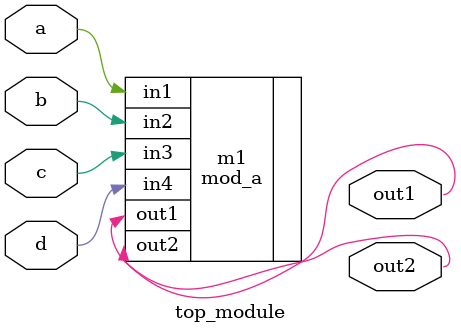
<source format=v>
module top_module ( 
    input a, 
    input b, 
    input c,
    input d,
    output out1,
    output out2
);
    mod_a m1 (.out1(out1), .out2(out2), .in1(a), .in2(b), .in3(c), .in4(d) );

endmodule

</source>
